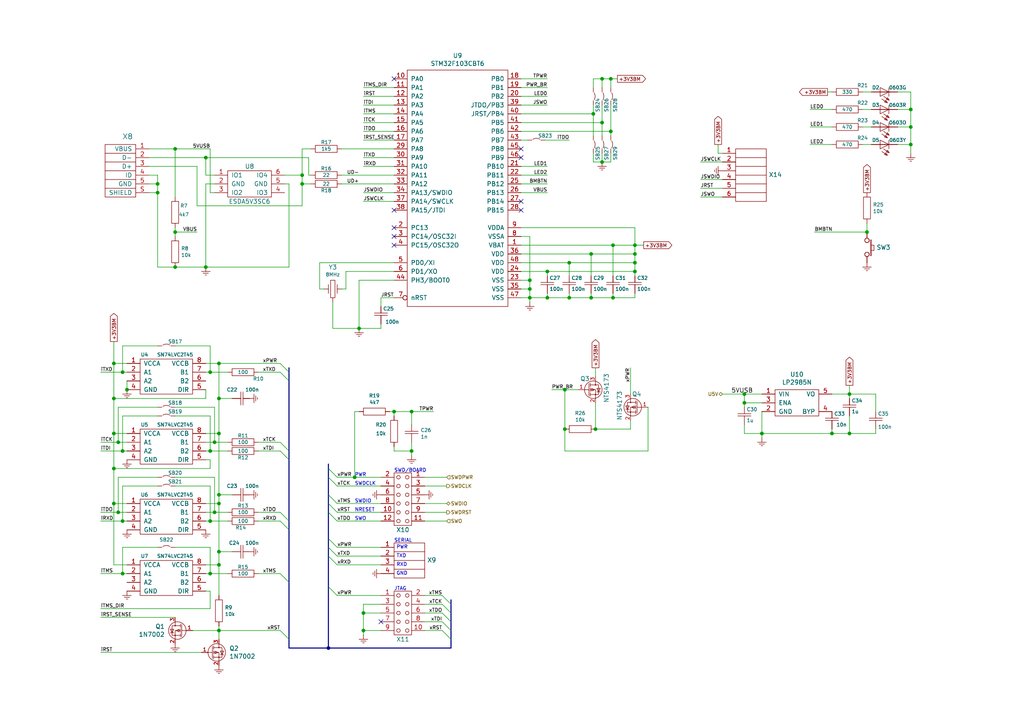
<source format=kicad_sch>
(kicad_sch (version 20231120) (generator "eeschema") (generator_version "8.0")
  (paper "A4")
  (title_block (rev "0.15"))
  (junction (at 119.38 119.38))
  (junction (at 60.96 151.13))
  (junction (at 114.3 119.38))
  (junction (at 63.5 160.02))
  (junction (at 172.72 124.46))
  (junction (at 33.02 115.57))
  (junction (at 33.02 105.41))
  (junction (at 102.87 138.43))
  (junction (at 63.5 182.88))
  (junction (at 35.56 166.37))
  (junction (at 241.3 125.73))
  (junction (at 220.98 125.73))
  (junction (at 163.83 124.46))
  (junction (at 35.56 151.13))
  (junction (at 50.8 77.47))
  (junction (at 59.69 77.47))
  (junction (at 184.15 76.2))
  (junction (at 215.9 114.3))
  (junction (at 163.83 113.03))
  (junction (at 63.5 105.41))
  (junction (at 104.14 95.25))
  (junction (at 60.96 107.95))
  (junction (at 87.63 53.34))
  (junction (at 174.625 35.56))
  (junction (at 153.67 81.28))
  (junction (at 60.96 166.37))
  (junction (at 184.15 71.12))
  (junction (at 105.41 182.88))
  (junction (at 184.15 78.74))
  (junction (at 87.63 50.8))
  (junction (at 119.38 130.81))
  (junction (at 153.67 86.36))
  (junction (at 95.25 187.96))
  (junction (at 264.16 41.91))
  (junction (at 63.5 125.73))
  (junction (at 153.67 83.82))
  (junction (at 177.8 71.12))
  (junction (at 33.02 125.73))
  (junction (at 63.5 115.57))
  (junction (at 264.16 36.83))
  (junction (at 50.8 43.18))
  (junction (at 35.56 130.81))
  (junction (at 63.5 163.83))
  (junction (at 36.83 113.03))
  (junction (at 246.38 125.73))
  (junction (at 33.02 135.89))
  (junction (at 59.69 45.72))
  (junction (at 264.16 31.75))
  (junction (at 45.72 53.34))
  (junction (at 246.38 114.3))
  (junction (at 34.29 148.59))
  (junction (at 158.75 78.74))
  (junction (at 177.165 38.1))
  (junction (at 177.165 22.86))
  (junction (at 105.41 177.8))
  (junction (at 172.085 33.02))
  (junction (at 184.15 73.66))
  (junction (at 35.56 107.95))
  (junction (at 171.45 86.36))
  (junction (at 215.9 116.84))
  (junction (at 50.8 67.31))
  (junction (at 165.1 76.2))
  (junction (at 174.625 46.99))
  (junction (at 60.96 130.81))
  (junction (at 45.72 55.88))
  (junction (at 63.5 146.05))
  (junction (at 174.625 22.86))
  (junction (at 62.23 128.27))
  (junction (at 158.75 86.36))
  (junction (at 34.29 128.27))
  (junction (at 251.46 67.31))
  (junction (at 62.23 148.59))
  (junction (at 171.45 73.66))
  (junction (at 63.5 143.51))
  (junction (at 165.1 86.36))
  (junction (at 177.8 86.36))
  (junction (at 33.02 146.05))
  (no_connect (at 114.3 22.86))
  (no_connect (at 110.49 180.34))
  (no_connect (at 151.13 43.18))
  (no_connect (at 114.3 71.12))
  (no_connect (at 151.13 58.42))
  (no_connect (at 114.3 60.96))
  (no_connect (at 114.3 66.04))
  (no_connect (at 151.13 60.96))
  (no_connect (at 151.13 45.72))
  (no_connect (at 114.3 68.58))
  (bus_entry (at 81.28 166.37) (size 2.54 2.54))
  (bus_entry (at 95.25 148.59) (size 2.54 2.54))
  (bus_entry (at 81.28 182.88) (size 2.54 2.54))
  (bus_entry (at 81.28 148.59) (size 2.54 2.54))
  (bus_entry (at 95.25 138.43) (size 2.54 2.54))
  (bus_entry (at 81.28 107.95) (size 2.54 2.54))
  (bus_entry (at 128.27 182.88) (size 2.54 2.54))
  (bus_entry (at 95.25 143.51) (size 2.54 2.54))
  (bus_entry (at 95.25 146.05) (size 2.54 2.54))
  (bus_entry (at 95.25 156.21) (size 2.54 2.54))
  (bus_entry (at 81.28 105.41) (size 2.54 2.54))
  (bus_entry (at 95.25 158.75) (size 2.54 2.54))
  (bus_entry (at 128.27 180.34) (size 2.54 2.54))
  (bus_entry (at 81.28 151.13) (size 2.54 2.54))
  (bus_entry (at 128.27 177.8) (size 2.54 2.54))
  (bus_entry (at 81.28 128.27) (size 2.54 2.54))
  (bus_entry (at 128.27 172.72) (size 2.54 2.54))
  (bus_entry (at 128.27 175.26) (size 2.54 2.54))
  (bus_entry (at 95.25 135.89) (size 2.54 2.54))
  (bus_entry (at 95.25 170.18) (size 2.54 2.54))
  (bus_entry (at 95.25 161.29) (size 2.54 2.54))
  (bus_entry (at 81.28 130.81) (size 2.54 2.54))
  (wire (pts (xy 114.3 120.65) (xy 114.3 119.38)))
  (wire (pts (xy 174.625 22.86) (xy 177.165 22.86)))
  (wire (pts (xy 36.83 130.81) (xy 35.56 130.81)))
  (wire (pts (xy 62.23 118.11) (xy 62.23 128.27)))
  (wire (pts (xy 260.35 36.83) (xy 264.16 36.83)))
  (wire (pts (xy 92.71 76.2) (xy 92.71 83.82)))
  (wire (pts (xy 110.49 95.25) (xy 104.14 95.25)))
  (wire (pts (xy 50.8 138.43) (xy 62.23 138.43)))
  (wire (pts (xy 158.75 50.8) (xy 151.13 50.8)))
  (wire (pts (xy 45.72 55.88) (xy 45.72 77.47)))
  (wire (pts (xy 33.02 146.05) (xy 33.02 163.83)))
  (wire (pts (xy 29.21 107.95) (xy 35.56 107.95)))
  (wire (pts (xy 153.67 86.36) (xy 158.75 86.36)))
  (wire (pts (xy 36.83 125.73) (xy 33.02 125.73)))
  (bus (pts (xy 130.81 177.8) (xy 130.81 180.34)))
  (wire (pts (xy 34.29 118.11) (xy 34.29 128.27)))
  (wire (pts (xy 220.98 116.84) (xy 215.9 116.84)))
  (wire (pts (xy 60.96 107.95) (xy 66.04 107.95)))
  (wire (pts (xy 254 114.3) (xy 254 119.38)))
  (wire (pts (xy 241.3 114.3) (xy 246.38 114.3)))
  (wire (pts (xy 60.96 158.75) (xy 60.96 166.37)))
  (wire (pts (xy 63.5 125.73) (xy 63.5 143.51)))
  (wire (pts (xy 50.8 158.75) (xy 60.96 158.75)))
  (wire (pts (xy 50.8 140.97) (xy 60.96 140.97)))
  (wire (pts (xy 60.96 107.95) (xy 60.96 100.33)))
  (wire (pts (xy 29.21 128.27) (xy 34.29 128.27)))
  (wire (pts (xy 114.3 55.88) (xy 105.41 55.88)))
  (wire (pts (xy 184.15 66.04) (xy 184.15 71.12)))
  (wire (pts (xy 59.69 53.34) (xy 59.69 77.47)))
  (wire (pts (xy 184.15 86.36) (xy 184.15 85.09)))
  (wire (pts (xy 35.56 158.75) (xy 35.56 166.37)))
  (wire (pts (xy 45.72 77.47) (xy 50.8 77.47)))
  (wire (pts (xy 251.46 67.31) (xy 236.22 67.31)))
  (bus (pts (xy 83.82 185.42) (xy 83.82 187.96)))
  (wire (pts (xy 59.69 50.8) (xy 59.69 45.72)))
  (wire (pts (xy 119.38 130.81) (xy 119.38 132.08)))
  (wire (pts (xy 184.15 78.74) (xy 184.15 80.01)))
  (wire (pts (xy 63.5 146.05) (xy 63.5 160.02)))
  (wire (pts (xy 110.49 93.98) (xy 110.49 95.25)))
  (wire (pts (xy 171.45 86.36) (xy 177.8 86.36)))
  (wire (pts (xy 171.45 73.66) (xy 184.15 73.66)))
  (wire (pts (xy 251.46 64.77) (xy 251.46 67.31)))
  (wire (pts (xy 35.56 107.95) (xy 36.83 107.95)))
  (wire (pts (xy 123.19 138.43) (xy 129.54 138.43)))
  (wire (pts (xy 60.96 55.88) (xy 60.96 43.18)))
  (wire (pts (xy 105.41 182.88) (xy 105.41 184.15)))
  (wire (pts (xy 63.5 146.05) (xy 63.5 143.51)))
  (wire (pts (xy 163.83 130.81) (xy 163.83 124.46)))
  (wire (pts (xy 35.56 166.37) (xy 29.21 166.37)))
  (wire (pts (xy 151.13 22.86) (xy 158.75 22.86)))
  (wire (pts (xy 60.96 140.97) (xy 60.96 151.13)))
  (wire (pts (xy 114.3 78.74) (xy 100.33 78.74)))
  (wire (pts (xy 59.69 151.13) (xy 60.96 151.13)))
  (wire (pts (xy 182.88 124.46) (xy 172.72 124.46)))
  (bus (pts (xy 95.25 143.51) (xy 95.25 146.05)))
  (wire (pts (xy 220.98 125.73) (xy 215.9 125.73)))
  (wire (pts (xy 153.67 68.58) (xy 153.67 81.28)))
  (wire (pts (xy 33.02 105.41) (xy 33.02 99.06)))
  (wire (pts (xy 158.75 85.09) (xy 158.75 86.36)))
  (wire (pts (xy 114.3 43.18) (xy 99.06 43.18)))
  (wire (pts (xy 172.085 33.02) (xy 172.085 39.37)))
  (wire (pts (xy 60.96 176.53) (xy 29.21 176.53)))
  (wire (pts (xy 62.23 148.59) (xy 66.04 148.59)))
  (wire (pts (xy 158.75 78.74) (xy 184.15 78.74)))
  (wire (pts (xy 252.73 36.83) (xy 250.19 36.83)))
  (wire (pts (xy 114.3 81.28) (xy 104.14 81.28)))
  (wire (pts (xy 45.72 50.8) (xy 45.72 53.34)))
  (wire (pts (xy 74.93 166.37) (xy 81.28 166.37)))
  (wire (pts (xy 260.35 41.91) (xy 264.16 41.91)))
  (wire (pts (xy 100.33 83.82) (xy 99.06 83.82)))
  (wire (pts (xy 114.3 86.36) (xy 110.49 86.36)))
  (wire (pts (xy 246.38 125.73) (xy 254 125.73)))
  (wire (pts (xy 165.1 76.2) (xy 165.1 80.01)))
  (wire (pts (xy 34.29 128.27) (xy 36.83 128.27)))
  (wire (pts (xy 67.31 115.57) (xy 63.5 115.57)))
  (wire (pts (xy 110.49 148.59) (xy 97.79 148.59)))
  (wire (pts (xy 187.96 118.11) (xy 187.96 130.81)))
  (wire (pts (xy 246.38 125.73) (xy 241.3 125.73)))
  (wire (pts (xy 33.02 135.89) (xy 33.02 146.05)))
  (wire (pts (xy 114.3 130.81) (xy 119.38 130.81)))
  (wire (pts (xy 96.52 95.25) (xy 96.52 87.63)))
  (wire (pts (xy 102.87 138.43) (xy 110.49 138.43)))
  (wire (pts (xy 36.83 110.49) (xy 36.83 113.03)))
  (wire (pts (xy 50.8 43.18) (xy 43.18 43.18)))
  (bus (pts (xy 83.82 153.67) (xy 83.82 168.91)))
  (wire (pts (xy 182.88 121.92) (xy 182.88 124.46)))
  (bus (pts (xy 95.25 146.05) (xy 95.25 148.59)))
  (wire (pts (xy 104.14 81.28) (xy 104.14 95.25)))
  (wire (pts (xy 45.72 138.43) (xy 34.29 138.43)))
  (wire (pts (xy 62.23 138.43) (xy 62.23 148.59)))
  (wire (pts (xy 59.69 115.57) (xy 33.02 115.57)))
  (wire (pts (xy 184.15 71.12) (xy 184.15 73.66)))
  (bus (pts (xy 83.82 107.95) (xy 83.82 110.49)))
  (wire (pts (xy 172.085 44.45) (xy 172.085 46.99)))
  (wire (pts (xy 241.3 124.46) (xy 241.3 125.73)))
  (wire (pts (xy 177.8 85.09) (xy 177.8 86.36)))
  (wire (pts (xy 174.625 30.48) (xy 174.625 35.56)))
  (wire (pts (xy 158.115 40.64) (xy 165.1 40.64)))
  (wire (pts (xy 151.13 25.4) (xy 158.75 25.4)))
  (wire (pts (xy 92.71 76.2) (xy 114.3 76.2)))
  (wire (pts (xy 105.41 33.02) (xy 114.3 33.02)))
  (wire (pts (xy 129.54 151.13) (xy 123.19 151.13)))
  (wire (pts (xy 165.1 76.2) (xy 184.15 76.2)))
  (wire (pts (xy 63.5 105.41) (xy 81.28 105.41)))
  (wire (pts (xy 34.29 148.59) (xy 29.21 148.59)))
  (bus (pts (xy 130.81 173.99) (xy 130.81 175.26)))
  (bus (pts (xy 95.25 138.43) (xy 95.25 143.51)))
  (wire (pts (xy 246.38 111.76) (xy 246.38 114.3)))
  (wire (pts (xy 177.165 22.86) (xy 179.07 22.86)))
  (wire (pts (xy 34.29 138.43) (xy 34.29 148.59)))
  (wire (pts (xy 82.55 53.34) (xy 83.82 53.34)))
  (wire (pts (xy 36.83 151.13) (xy 35.56 151.13)))
  (wire (pts (xy 59.69 163.83) (xy 63.5 163.83)))
  (wire (pts (xy 60.96 171.45) (xy 60.96 176.53)))
  (wire (pts (xy 97.79 146.05) (xy 110.49 146.05)))
  (wire (pts (xy 105.41 175.26) (xy 105.41 177.8)))
  (wire (pts (xy 184.15 76.2) (xy 184.15 78.74)))
  (wire (pts (xy 57.15 48.26) (xy 57.15 59.69)))
  (wire (pts (xy 63.5 105.41) (xy 59.69 105.41)))
  (wire (pts (xy 220.98 125.73) (xy 220.98 127)))
  (wire (pts (xy 110.49 182.88) (xy 105.41 182.88)))
  (wire (pts (xy 172.72 109.22) (xy 172.72 106.68)))
  (wire (pts (xy 171.45 85.09) (xy 171.45 86.36)))
  (wire (pts (xy 59.69 107.95) (xy 60.96 107.95)))
  (wire (pts (xy 102.87 119.38) (xy 102.87 138.43)))
  (wire (pts (xy 163.83 113.03) (xy 167.64 113.03)))
  (wire (pts (xy 43.18 48.26) (xy 57.15 48.26)))
  (wire (pts (xy 62.23 53.34) (xy 59.69 53.34)))
  (wire (pts (xy 83.82 77.47) (xy 59.69 77.47)))
  (wire (pts (xy 119.38 130.81) (xy 119.38 128.27)))
  (wire (pts (xy 59.69 130.81) (xy 60.96 130.81)))
  (wire (pts (xy 246.38 114.3) (xy 254 114.3)))
  (bus (pts (xy 83.82 130.81) (xy 83.82 133.35)))
  (wire (pts (xy 43.18 50.8) (xy 45.72 50.8)))
  (wire (pts (xy 252.73 26.67) (xy 250.19 26.67)))
  (wire (pts (xy 43.18 45.72) (xy 59.69 45.72)))
  (bus (pts (xy 83.82 151.13) (xy 83.82 153.67)))
  (wire (pts (xy 63.5 115.57) (xy 63.5 105.41)))
  (wire (pts (xy 59.69 45.72) (xy 89.535 45.72)))
  (wire (pts (xy 59.69 113.03) (xy 59.69 115.57)))
  (wire (pts (xy 241.3 41.91) (xy 234.95 41.91)))
  (wire (pts (xy 35.56 151.13) (xy 29.21 151.13)))
  (wire (pts (xy 114.3 48.26) (xy 105.41 48.26)))
  (wire (pts (xy 60.96 120.65) (xy 60.96 130.81)))
  (wire (pts (xy 153.67 83.82) (xy 153.67 86.36)))
  (bus (pts (xy 83.82 106.68) (xy 83.82 107.95)))
  (bus (pts (xy 130.81 180.34) (xy 130.81 182.88)))
  (wire (pts (xy 105.41 35.56) (xy 114.3 35.56)))
  (wire (pts (xy 260.35 26.67) (xy 264.16 26.67)))
  (wire (pts (xy 97.79 138.43) (xy 102.87 138.43)))
  (wire (pts (xy 153.67 81.28) (xy 153.67 83.82)))
  (wire (pts (xy 90.17 53.34) (xy 87.63 53.34)))
  (wire (pts (xy 63.5 172.72) (xy 63.5 163.83)))
  (wire (pts (xy 177.165 38.1) (xy 177.165 30.48)))
  (wire (pts (xy 209.55 46.99) (xy 203.2 46.99)))
  (wire (pts (xy 97.79 151.13) (xy 110.49 151.13)))
  (wire (pts (xy 59.69 128.27) (xy 62.23 128.27)))
  (wire (pts (xy 50.8 43.18) (xy 60.96 43.18)))
  (wire (pts (xy 114.3 58.42) (xy 105.41 58.42)))
  (wire (pts (xy 254 124.46) (xy 254 125.73)))
  (wire (pts (xy 151.13 71.12) (xy 177.8 71.12)))
  (wire (pts (xy 246.38 114.3) (xy 246.38 115.57)))
  (bus (pts (xy 95.25 170.18) (xy 95.25 187.96)))
  (wire (pts (xy 35.56 120.65) (xy 35.56 130.81)))
  (wire (pts (xy 59.69 146.05) (xy 63.5 146.05)))
  (wire (pts (xy 114.3 50.8) (xy 99.06 50.8)))
  (bus (pts (xy 83.82 110.49) (xy 83.82 130.81)))
  (wire (pts (xy 33.02 163.83) (xy 36.83 163.83)))
  (wire (pts (xy 129.54 140.97) (xy 123.19 140.97)))
  (bus (pts (xy 83.82 133.35) (xy 83.82 151.13)))
  (wire (pts (xy 90.17 43.18) (xy 87.63 43.18)))
  (wire (pts (xy 123.19 172.72) (xy 128.27 172.72)))
  (wire (pts (xy 87.63 50.8) (xy 87.63 53.34)))
  (wire (pts (xy 114.3 129.54) (xy 114.3 130.81)))
  (wire (pts (xy 151.13 83.82) (xy 153.67 83.82)))
  (wire (pts (xy 153.67 86.36) (xy 153.67 87.63)))
  (wire (pts (xy 29.21 179.07) (xy 50.8 179.07)))
  (wire (pts (xy 97.79 140.97) (xy 110.49 140.97)))
  (wire (pts (xy 59.69 77.47) (xy 50.8 77.47)))
  (wire (pts (xy 90.17 50.8) (xy 89.535 50.8)))
  (wire (pts (xy 119.38 119.38) (xy 114.3 119.38)))
  (wire (pts (xy 241.3 31.75) (xy 234.95 31.75)))
  (wire (pts (xy 110.49 86.36) (xy 110.49 88.9)))
  (wire (pts (xy 105.41 25.4) (xy 114.3 25.4)))
  (wire (pts (xy 241.3 125.73) (xy 220.98 125.73)))
  (wire (pts (xy 174.625 46.99) (xy 177.165 46.99)))
  (wire (pts (xy 209.55 44.45) (xy 208.28 44.45)))
  (wire (pts (xy 252.73 31.75) (xy 250.19 31.75)))
  (wire (pts (xy 74.93 130.81) (xy 81.28 130.81)))
  (wire (pts (xy 187.96 130.81) (xy 163.83 130.81)))
  (wire (pts (xy 184.15 73.66) (xy 184.15 76.2)))
  (wire (pts (xy 89.535 45.72) (xy 89.535 50.8)))
  (wire (pts (xy 215.9 125.73) (xy 215.9 123.19)))
  (wire (pts (xy 110.49 177.8) (xy 105.41 177.8)))
  (wire (pts (xy 182.88 114.3) (xy 182.88 106.68)))
  (wire (pts (xy 60.96 130.81) (xy 66.04 130.81)))
  (wire (pts (xy 58.42 189.23) (xy 29.21 189.23)))
  (wire (pts (xy 177.8 71.12) (xy 184.15 71.12)))
  (wire (pts (xy 209.55 57.15) (xy 203.2 57.15)))
  (wire (pts (xy 209.55 54.61) (xy 203.2 54.61)))
  (wire (pts (xy 177.165 38.1) (xy 177.165 39.37)))
  (bus (pts (xy 83.82 187.96) (xy 95.25 187.96)))
  (wire (pts (xy 87.63 43.18) (xy 87.63 50.8)))
  (wire (pts (xy 83.82 53.34) (xy 83.82 77.47)))
  (wire (pts (xy 59.69 166.37) (xy 60.96 166.37)))
  (wire (pts (xy 45.72 140.97) (xy 35.56 140.97)))
  (wire (pts (xy 151.13 35.56) (xy 174.625 35.56)))
  (wire (pts (xy 74.93 151.13) (xy 81.28 151.13)))
  (bus (pts (xy 83.82 168.91) (xy 83.82 185.42)))
  (wire (pts (xy 50.8 57.15) (xy 50.8 43.18)))
  (wire (pts (xy 151.13 30.48) (xy 158.75 30.48)))
  (wire (pts (xy 119.38 123.19) (xy 119.38 119.38)))
  (wire (pts (xy 50.8 67.31) (xy 57.15 67.31)))
  (wire (pts (xy 208.28 44.45) (xy 208.28 41.91)))
  (wire (pts (xy 50.8 67.31) (xy 50.8 68.58)))
  (wire (pts (xy 128.27 182.88) (xy 123.19 182.88)))
  (wire (pts (xy 60.96 166.37) (xy 66.04 166.37)))
  (wire (pts (xy 59.69 148.59) (xy 62.23 148.59)))
  (wire (pts (xy 264.16 26.67) (xy 264.16 31.75)))
  (wire (pts (xy 128.27 177.8) (xy 123.19 177.8)))
  (wire (pts (xy 174.625 25.4) (xy 174.625 22.86)))
  (wire (pts (xy 123.19 175.26) (xy 128.27 175.26)))
  (wire (pts (xy 171.45 73.66) (xy 171.45 80.01)))
  (wire (pts (xy 97.79 158.75) (xy 110.49 158.75)))
  (wire (pts (xy 50.8 66.04) (xy 50.8 67.31)))
  (bus (pts (xy 130.81 175.26) (xy 130.81 177.8)))
  (wire (pts (xy 60.96 100.33) (xy 50.8 100.33)))
  (wire (pts (xy 105.41 30.48) (xy 114.3 30.48)))
  (wire (pts (xy 105.41 27.94) (xy 114.3 27.94)))
  (wire (pts (xy 63.5 182.88) (xy 81.28 182.88)))
  (bus (pts (xy 95.25 148.59) (xy 95.25 156.21)))
  (wire (pts (xy 172.085 46.99) (xy 174.625 46.99)))
  (wire (pts (xy 209.55 114.3) (xy 215.9 114.3)))
  (bus (pts (xy 130.81 185.42) (xy 130.81 187.96)))
  (wire (pts (xy 35.56 100.33) (xy 35.56 107.95)))
  (bus (pts (xy 130.81 182.88) (xy 130.81 185.42)))
  (wire (pts (xy 36.83 148.59) (xy 34.29 148.59)))
  (wire (pts (xy 129.54 148.59) (xy 123.19 148.59)))
  (wire (pts (xy 62.23 50.8) (xy 59.69 50.8)))
  (wire (pts (xy 43.18 55.88) (xy 45.72 55.88)))
  (wire (pts (xy 264.16 31.75) (xy 264.16 36.83)))
  (wire (pts (xy 105.41 177.8) (xy 105.41 182.88)))
  (wire (pts (xy 59.69 171.45) (xy 60.96 171.45)))
  (wire (pts (xy 151.13 76.2) (xy 165.1 76.2)))
  (wire (pts (xy 62.23 128.27) (xy 66.04 128.27)))
  (wire (pts (xy 153.67 86.36) (xy 151.13 86.36)))
  (wire (pts (xy 252.73 41.91) (xy 250.19 41.91)))
  (wire (pts (xy 246.38 120.65) (xy 246.38 125.73)))
  (wire (pts (xy 165.1 86.36) (xy 171.45 86.36)))
  (wire (pts (xy 158.75 48.26) (xy 151.13 48.26)))
  (wire (pts (xy 50.8 118.11) (xy 62.23 118.11)))
  (wire (pts (xy 241.3 36.83) (xy 234.95 36.83)))
  (wire (pts (xy 114.3 45.72) (xy 105.41 45.72)))
  (wire (pts (xy 87.63 53.34) (xy 87.63 59.69)))
  (wire (pts (xy 59.69 133.35) (xy 60.96 133.35)))
  (wire (pts (xy 215.9 116.84) (xy 215.9 114.3)))
  (wire (pts (xy 260.35 31.75) (xy 264.16 31.75)))
  (bus (pts (xy 95.25 156.21) (xy 95.25 158.75)))
  (wire (pts (xy 165.1 85.09) (xy 165.1 86.36)))
  (wire (pts (xy 151.13 53.34) (xy 158.75 53.34)))
  (wire (pts (xy 67.31 143.51) (xy 63.5 143.51)))
  (wire (pts (xy 60.96 135.89) (xy 33.02 135.89)))
  (wire (pts (xy 63.5 181.61) (xy 63.5 182.88)))
  (wire (pts (xy 87.63 59.69) (xy 57.15 59.69)))
  (wire (pts (xy 151.13 81.28) (xy 153.67 81.28)))
  (wire (pts (xy 110.49 172.72) (xy 97.79 172.72)))
  (wire (pts (xy 177.8 71.12) (xy 177.8 80.01)))
  (wire (pts (xy 113.03 119.38) (xy 114.3 119.38)))
  (wire (pts (xy 220.98 114.3) (xy 215.9 114.3)))
  (wire (pts (xy 215.9 118.11) (xy 215.9 116.84)))
  (wire (pts (xy 172.72 124.46) (xy 172.72 116.84)))
  (wire (pts (xy 63.5 160.02) (xy 63.5 163.83)))
  (wire (pts (xy 110.49 161.29) (xy 97.79 161.29)))
  (bus (pts (xy 95.25 161.29) (xy 95.25 170.18)))
  (wire (pts (xy 172.085 33.02) (xy 172.085 30.48)))
  (wire (pts (xy 36.83 166.37) (xy 35.56 166.37)))
  (wire (pts (xy 264.16 36.83) (xy 264.16 41.91)))
  (wire (pts (xy 74.93 107.95) (xy 81.28 107.95)))
  (wire (pts (xy 63.5 182.88) (xy 63.5 185.42)))
  (wire (pts (xy 119.38 119.38) (xy 125.73 119.38)))
  (wire (pts (xy 105.41 40.64) (xy 114.3 40.64)))
  (wire (pts (xy 151.13 33.02) (xy 172.085 33.02)))
  (wire (pts (xy 43.18 53.34) (xy 45.72 53.34)))
  (wire (pts (xy 264.16 41.91) (xy 264.16 44.45)))
  (wire (pts (xy 177.165 22.86) (xy 177.165 25.4)))
  (wire (pts (xy 67.31 160.02) (xy 63.5 160.02)))
  (wire (pts (xy 45.72 100.33) (xy 35.56 100.33)))
  (wire (pts (xy 174.625 44.45) (xy 174.625 46.99)))
  (wire (pts (xy 55.88 182.88) (xy 63.5 182.88)))
  (wire (pts (xy 110.49 163.83) (xy 97.79 163.83)))
  (wire (pts (xy 35.56 130.81) (xy 29.21 130.81)))
  (wire (pts (xy 174.625 35.56) (xy 174.625 39.37)))
  (wire (pts (xy 45.72 158.75) (xy 35.56 158.75)))
  (wire (pts (xy 158.75 78.74) (xy 158.75 80.01)))
  (wire (pts (xy 163.83 113.03) (xy 160.02 113.03)))
  (wire (pts (xy 186.69 71.12) (xy 184.15 71.12)))
  (wire (pts (xy 128.27 180.34) (xy 123.19 180.34)))
  (bus (pts (xy 130.81 187.96) (xy 95.25 187.96)))
  (bus (pts (xy 95.25 134.62) (xy 95.25 135.89)))
  (wire (pts (xy 151.13 66.04) (xy 184.15 66.04)))
  (wire (pts (xy 45.72 120.65) (xy 35.56 120.65)))
  (wire (pts (xy 99.06 53.34) (xy 114.3 53.34)))
  (wire (pts (xy 104.14 119.38) (xy 102.87 119.38)))
  (bus (pts (xy 95.25 135.89) (xy 95.25 138.43)))
  (wire (pts (xy 33.02 105.41) (xy 33.02 115.57)))
  (wire (pts (xy 60.96 133.35) (xy 60.96 135.89)))
  (wire (pts (xy 153.67 68.58) (xy 151.13 68.58)))
  (wire (pts (xy 104.14 95.25) (xy 96.52 95.25)))
  (wire (pts (xy 151.13 73.66) (xy 171.45 73.66)))
  (wire (pts (xy 45.72 118.11) (xy 34.29 118.11)))
  (wire (pts (xy 100.33 78.74) (xy 100.33 83.82)))
  (wire (pts (xy 59.69 125.73) (xy 63.5 125.73)))
  (wire (pts (xy 177.8 86.36) (xy 184.15 86.36)))
  (wire (pts (xy 45.72 53.34) (xy 45.72 55.88)))
  (wire (pts (xy 82.55 50.8) (xy 87.63 50.8)))
  (wire (pts (xy 158.75 86.36) (xy 165.1 86.36)))
  (wire (pts (xy 151.13 38.1) (xy 177.165 38.1)))
  (wire (pts (xy 36.83 146.05) (xy 33.02 146.05)))
  (wire (pts (xy 172.085 25.4) (xy 172.085 22.86)))
  (wire (pts (xy 110.49 175.26) (xy 105.41 175.26)))
  (wire (pts (xy 220.98 119.38) (xy 220.98 125.73)))
  (wire (pts (xy 158.75 27.94) (xy 151.13 27.94)))
  (wire (pts (xy 151.13 78.74) (xy 158.75 78.74)))
  (wire (pts (xy 63.5 115.57) (xy 63.5 125.73)))
  (wire (pts (xy 74.93 128.27) (xy 81.28 128.27)))
  (wire (pts (xy 33.02 105.41) (xy 36.83 105.41)))
  (wire (pts (xy 92.71 83.82) (xy 93.98 83.82)))
  (wire (pts (xy 123.19 146.05) (xy 129.54 146.05)))
  (wire (pts (xy 105.41 38.1) (xy 114.3 38.1)))
  (wire (pts (xy 35.56 140.97) (xy 35.56 151.13)))
  (wire (pts (xy 163.83 124.46) (xy 163.83 113.03)))
  (bus (pts (xy 95.25 158.75) (xy 95.25 161.29)))
  (wire (pts (xy 153.035 40.64) (xy 151.13 40.64)))
  (wire (pts (xy 60.96 151.13) (xy 66.04 151.13)))
  (wire (pts (xy 241.3 26.67) (xy 240.03 26.67)))
  (wire (pts (xy 50.8 120.65) (xy 60.96 120.65)))
  (wire (pts (xy 74.93 148.59) (xy 81.28 148.59)))
  (wire (pts (xy 209.55 52.07) (xy 203.2 52.07)))
  (wire (pts (xy 172.085 22.86) (xy 174.625 22.86)))
  (wire (pts (xy 151.13 55.88) (xy 158.75 55.88)))
  (wire (pts (xy 62.23 55.88) (xy 60.96 55.88)))
  (wire (pts (xy 33.02 125.73) (xy 33.02 135.89)))
  (wire (pts (xy 177.165 46.99) (xy 177.165 44.45)))
  (wire (pts (xy 33.02 115.57) (xy 33.02 125.73)))
  (text "JTAG" (at 114.3 171.45 0) (effects (font (size 1.016 1.016)) (justify left bottom)))
  (text "SERIAL" (at 114.3 157.48 0) (effects (font (size 1.016 1.016)) (justify left bottom)))
  (text "SWDIO" (at 102.87 146.05 0) (effects (font (size 1.016 1.016)) (justify left bottom)))
  (text "SWDCLK" (at 102.87 140.97 0) (effects (font (size 1.016 1.016)) (justify left bottom)))
  (text "TXD" (at 114.935 161.925 0) (effects (font (size 1.016 1.016)) (justify left bottom)))
  (text "RXD" (at 114.935 164.465 0) (effects (font (size 1.016 1.016)) (justify left bottom)))
  (text "PWR" (at 114.935 159.385 0) (effects (font (size 1.016 1.016)) (justify left bottom)))
  (text "SWO" (at 102.87 151.13 0) (effects (font (size 1.016 1.016)) (justify left bottom)))
  (text "NRESET" (at 102.87 148.59 0) (effects (font (size 1.016 1.016)) (justify left bottom)))
  (text "PWR" (at 102.87 138.43 0) (effects (font (size 1.016 1.016)) (justify left bottom)))
  (text "GND" (at 114.935 167.005 0) (effects (font (size 1.016 1.016)) (justify left bottom)))
  (text "SWD/BOARD" (at 114.3 137.16 0) (effects (font (size 1.016 1.016)) (justify left bottom)))
  (label "iTDI" (at 29.21 130.81 0) (effects (font (size 1.016 1.016))))
  (label "xTCK" (at 97.79 140.97 0) (effects (font (size 1.016 1.016))))
  (label "xRST" (at 81.28 182.88 180) (effects (font (size 1.016 1.016))))
  (label "iTCK" (at 29.21 128.27 0) (effects (font (size 1.016 1.016))))
  (label "xPWR" (at 76.2 105.41 0) (effects (font (size 1.016 1.016))))
  (label "xTXD" (at 76.2 107.95 0) (effects (font (size 1.016 1.016))))
  (label "LED0" (at 158.75 27.94 180) (effects (font (size 1.016 1.016))))
  (label "LED0" (at 234.95 31.75 0) (effects (font (size 1.016 1.016))))
  (label "BMBTN" (at 158.75 53.34 180) (effects (font (size 1.016 1.016))))
  (label "iTXD" (at 105.41 45.72 0) (effects (font (size 1.016 1.016))))
  (label "iTDO" (at 29.21 148.59 0) (effects (font (size 1.016 1.016))))
  (label "xTDO" (at 97.79 151.13 0) (effects (font (size 1.016 1.016))))
  (label "PWR_BR" (at 158.75 25.4 180) (effects (font (size 1.016 1.016))))
  (label "xPWR" (at 182.88 106.68 270) (effects (font (size 1.016 1.016))))
  (label "xTCK" (at 128.27 175.26 180) (effects (font (size 1.016 1.016))))
  (label "xRST" (at 128.27 182.88 180) (effects (font (size 1.016 1.016))))
  (label "UD-" (at 104.14 50.8 180) (effects (font (size 1.016 1.016))))
  (label "JSWDIO" (at 105.41 55.88 0) (effects (font (size 1.016 1.016))))
  (label "xRXD" (at 97.79 163.83 0) (effects (font (size 1.016 1.016))))
  (label "xTDI" (at 128.27 180.34 180) (effects (font (size 1.016 1.016))))
  (label "xRST" (at 97.79 148.59 0) (effects (font (size 1.016 1.016))))
  (label "iRST_SENSE" (at 105.41 40.64 0) (effects (font (size 1.016 1.016))))
  (label "xTMS" (at 97.79 146.05 0) (effects (font (size 1.016 1.016))))
  (label "xTMS" (at 76.2 166.37 0) (effects (font (size 1.016 1.016))))
  (label "TPWR" (at 158.75 22.86 180) (effects (font (size 1.016 1.016))))
  (label "iTMS_DIR" (at 29.21 176.53 0) (effects (font (size 1.016 1.016))))
  (label "xRXD" (at 76.2 151.13 0) (effects (font (size 1.016 1.016))))
  (label "LED1" (at 158.75 48.26 180) (effects (font (size 1.016 1.016))))
  (label "xTMS" (at 128.27 172.72 180) (effects (font (size 1.016 1.016))))
  (label "iTMS" (at 29.21 166.37 0) (effects (font (size 1.016 1.016))))
  (label "iTDO" (at 165.1 40.64 180) (effects (font (size 1.016 1.016))))
  (label "xPWR" (at 97.79 172.72 0) (effects (font (size 1.016 1.016))))
  (label "xPWR" (at 97.79 138.43 0) (effects (font (size 1.016 1.016))))
  (label "xTXD" (at 97.79 161.29 0) (effects (font (size 1.016 1.016))))
  (label "iTMS" (at 105.41 33.02 0) (effects (font (size 1.016 1.016))))
  (label "TPWR" (at 125.73 119.38 180) (effects (font (size 1.016 1.016))))
  (label "JRST" (at 203.2 54.61 0) (effects (font (size 1.016 1.016))))
  (label "xTDI" (at 76.2 130.81 0) (effects (font (size 1.016 1.016))))
  (label "LED2" (at 234.95 41.91 0) (effects (font (size 1.016 1.016))))
  (label "JSWCLK" (at 203.2 46.99 0) (effects (font (size 1.016 1.016))))
  (label "xTDO" (at 128.27 177.8 180) (effects (font (size 1.016 1.016))))
  (label "iRXD" (at 29.21 151.13 0) (effects (font (size 1.016 1.016))))
  (label "xPWR" (at 97.79 158.75 0) (effects (font (size 1.016 1.016))))
  (label "JSWO" (at 158.75 30.48 180) (effects (font (size 1.016 1.016))))
  (label "iTCK" (at 105.41 35.56 0) (effects (font (size 1.016 1.016))))
  (label "JRST" (at 110.49 86.36 0) (effects (font (size 1.016 1.016))))
  (label "BMBTN" (at 236.22 67.31 0) (effects (font (size 1.016 1.016))))
  (label "iTDI" (at 105.41 30.48 0) (effects (font (size 1.016 1.016))))
  (label "VBUS" (at 57.15 67.31 180) (effects (font (size 1.016 1.016))))
  (label "PWR_BR" (at 160.02 113.03 0) (effects (font (size 1.016 1.016))))
  (label "iRST" (at 105.41 27.94 0) (effects (font (size 1.016 1.016))))
  (label "iRST" (at 29.21 189.23 0) (effects (font (size 1.016 1.016))))
  (label "LED2" (at 158.75 50.8 180) (effects (font (size 1.016 1.016))))
  (label "JSWCLK" (at 105.41 58.42 0) (effects (font (size 1.016 1.016))))
  (label "iTXD" (at 29.21 107.95 0) (effects (font (size 1.016 1.016))))
  (label "JSWO" (at 203.2 57.15 0) (effects (font (size 1.016 1.016))))
  (label "UD+" (at 104.14 53.34 180) (effects (font (size 1.016 1.016))))
  (label "iTDO" (at 105.41 38.1 0) (effects (font (size 1.016 1.016))))
  (label "xTDO" (at 76.2 148.59 0) (effects (font (size 1.016 1.016))))
  (label "xTCK" (at 76.2 128.27 0) (effects (font (size 1.016 1.016))))
  (label "iRST_SENSE" (at 29.21 179.07 0) (effects (font (size 1.016 1.016))))
  (label "JSWDIO" (at 203.2 52.07 0) (effects (font (size 1.016 1.016))))
  (label "iTMS_DIR" (at 105.41 25.4 0) (effects (font (size 1.016 1.016))))
  (label "iRXD" (at 105.41 48.26 0) (effects (font (size 1.016 1.016))))
  (label "5VUSB" (at 212.09 114.3 0))
  (label "VBUS" (at 158.75 55.88 180) (effects (font (size 1.016 1.016))))
  (label "LED1" (at 234.95 36.83 0) (effects (font (size 1.016 1.016))))
  (label "5VUSB" (at 55.88 43.18 0) (effects (font (size 1.016 1.016))))
  (global_label "+3V3BM" (shape output) (at 186.69 71.12 0) (effects (font (size 1.016 1.016))) (property "Intersheetrefs" "${INTERSHEET_REFS}" (effects (hide yes))))
  (global_label "+3V3BM" (shape output) (at 33.02 99.06 90) (effects (font (size 1.016 1.016))) (property "Intersheetrefs" "${INTERSHEET_REFS}" (effects (hide yes))))
  (global_label "+3V3BM" (shape output) (at 246.38 111.76 90) (effects (font (size 1.016 1.016))) (property "Intersheetrefs" "${INTERSHEET_REFS}" (effects (hide yes))))
  (global_label "+3V3BM" (shape output) (at 251.46 55.88 90) (effects (font (size 1.016 1.016))) (property "Intersheetrefs" "${INTERSHEET_REFS}" (effects (hide yes))))
  (global_label "+3V3BM" (shape output) (at 240.03 26.67 180) (effects (font (size 1.016 1.016))) (property "Intersheetrefs" "${INTERSHEET_REFS}" (effects (hide yes))))
  (global_label "+3V3BM" (shape output) (at 208.28 41.91 90) (effects (font (size 1.016 1.016))) (property "Intersheetrefs" "${INTERSHEET_REFS}" (effects (hide yes))))
  (global_label "+3V3BM" (shape output) (at 172.72 106.68 90) (effects (font (size 1.016 1.016))) (property "Intersheetrefs" "${INTERSHEET_REFS}" (effects (hide yes))))
  (global_label "+3V3BM" (shape output) (at 179.07 22.86 0) (effects (font (size 1.016 1.016))) (property "Intersheetrefs" "${INTERSHEET_REFS}" (effects (hide yes))))
  (hierarchical_label "SWDIO" (shape bidirectional) (at 129.54 146.05 0) (effects (font (size 1.016 1.016))))
  (hierarchical_label "SWDCLK" (shape output) (at 129.54 140.97 0) (effects (font (size 1.016 1.016))))
  (hierarchical_label "SWO" (shape input) (at 129.54 151.13 0) (effects (font (size 1.016 1.016))))
  (hierarchical_label "SWDRST" (shape output) (at 129.54 148.59 0) (effects (font (size 1.016 1.016))))
  (hierarchical_label "SWDPWR" (shape input) (at 129.54 138.43 0) (effects (font (size 1.016 1.016))))
  (hierarchical_label "U5V" (shape bidirectional) (at 209.55 114.3 180) (effects (font (size 1.016 1.016))))
  (symbol (lib_id "nuco-v-rescue:JUMPER-COMMON") (at 177.165 39.37 270) (unit 1)
    (property "Reference" "SB29" (at 178.435 44.45 0) (effects (font (size 1.016 1.016))))
    (property "Value" "JUMPER" (effects (hide yes)))
    (property "Footprint" "SMD-CMN:SMD-0603R" (effects (hide yes)))
  )
  (symbol (lib_id "nuco-v-rescue:JUMPER-COMMON") (at 174.625 39.37 270) (unit 1)
    (property "Reference" "SB27" (at 175.895 44.45 0) (effects (font (size 1.016 1.016))))
    (property "Value" "JUMPER" (effects (hide yes)))
    (property "Footprint" "SMD-CMN:SMD-0603R" (effects (hide yes)))
  )
  (symbol (lib_id "nuco-v-rescue:JUMPER-COMMON") (at 172.085 39.37 270) (unit 1)
    (property "Reference" "SB25" (at 173.355 44.45 0) (effects (font (size 1.016 1.016))))
    (property "Value" "JUMPER" (effects (hide yes)))
    (property "Footprint" "SMD-CMN:SMD-0603R" (effects (hide yes)))
  )
  (symbol (lib_id "nuco-v-rescue:STM32F103C8T6-STM32") (at 114.3 22.86 0) (unit 1)
    (property "Reference" "U9" (at 132.715 16.129 0))
    (property "Value" "STM32F103CBT6" (at 132.715 18.4404 0))
    (property "Footprint" "SMD-QFN:QFP50P070X070-48" (effects (hide yes)))
  )
  (symbol (lib_id "nuco-v-rescue:USB-OTG-CONNECTORS") (at 43.18 43.18 0) (unit 1)
    (property "Reference" "X8" (at 37.0332 39.5986 0) (effects (font (size 1.524 1.524))))
    (property "Value" "USB-OTG" (effects (hide yes)))
    (property "Footprint" "CONNECTORS:AMP10118194-0001LF" (effects (hide yes)))
  )
  (symbol (lib_id "nuco-v-rescue:RESISTOR-COMMON") (at 50.8 57.15 270) (unit 1)
    (property "Reference" "R7" (at 53.34 59.69 90) (effects (font (size 1.016 1.016))))
    (property "Value" "4k7" (at 53.34 62.23 90) (effects (font (size 1.016 1.016))))
    (property "Footprint" "SMD-CMN:SMD-0603R" (effects (hide yes)))
  )
  (symbol (lib_id "nuco-v-rescue:RESISTOR-COMMON") (at 90.17 50.8 0) (unit 1)
    (property "Reference" "R16" (at 94.615 48.895 0) (effects (font (size 1.016 1.016))))
    (property "Value" "22" (at 94.615 50.8 0) (effects (font (size 1.016 1.016))))
    (property "Footprint" "SMD-CMN:SMD-0603R" (effects (hide yes)))
  )
  (symbol (lib_id "nuco-v-rescue:RESISTOR-COMMON") (at 50.8 68.58 270) (unit 1)
    (property "Reference" "R8" (at 52.5272 72.0598 90) (effects (font (size 1.016 1.016)) (justify left)))
    (property "Value" "10k" (at 52.5272 73.9902 90) (effects (font (size 1.016 1.016)) (justify left)))
    (property "Footprint" "SMD-CMN:SMD-0603R" (effects (hide yes)))
  )
  (symbol (lib_id "nuco-v-rescue:ESDAxxSC6-OTHER") (at 62.23 50.8 0) (unit 1)
    (property "Reference" "U8" (at 72.39 48.26 0))
    (property "Value" "ESDA5V3SC6" (at 72.39 58.42 0))
    (property "Footprint" "SMD-SOT:SOT-23-6" (effects (hide yes)))
  )
  (symbol (lib_id "nuco-v-rescue:PGND-COMMON") (at 59.69 77.47 0) (unit 1)
    (property "Reference" "#P0122" (effects (hide yes)))
    (property "Value" "PGND" (effects (hide yes)))
  )
  (symbol (lib_id "nuco-v-rescue:RESISTOR-COMMON") (at 99.06 53.34 180) (unit 1)
    (property "Reference" "R18" (at 94.615 55.245 0) (effects (font (size 1.016 1.016))))
    (property "Value" "22" (at 94.615 53.34 0) (effects (font (size 1.016 1.016))))
    (property "Footprint" "SMD-CMN:SMD-0603R" (effects (hide yes)))
  )
  (symbol (lib_id "nuco-v-rescue:RESISTOR-COMMON") (at 99.06 43.18 180) (unit 1)
    (property "Reference" "R17" (at 94.615 41.275 0) (effects (font (size 1.016 1.016))))
    (property "Value" "1k5" (at 94.615 43.18 0) (effects (font (size 1.016 1.016))))
    (property "Footprint" "SMD-CMN:SMD-0603R" (effects (hide yes)))
  )
  (symbol (lib_id "nuco-v-rescue:JUMPER-COMMON") (at 45.72 100.33 0) (unit 1)
    (property "Reference" "SB17" (at 50.8 99.06 0) (effects (font (size 1.016 1.016))))
    (property "Value" "JUMPER" (effects (hide yes)))
    (property "Footprint" "SMD-CMN:SMD-0603R" (effects (hide yes)))
  )
  (symbol (lib_id "nuco-v-rescue:JUMPER-COMMON") (at 45.72 120.65 0) (unit 1)
    (property "Reference" "SB19" (at 50.8 119.38 0) (effects (font (size 1.016 1.016))))
    (property "Value" "JUMPER" (effects (hide yes)))
    (property "Footprint" "SMD-CMN:SMD-0603R" (effects (hide yes)))
  )
  (symbol (lib_id "nuco-v-rescue:JUMPER-COMMON") (at 45.72 118.11 0) (unit 1)
    (property "Reference" "SB18" (at 50.8 116.84 0) (effects (font (size 1.016 1.016))))
    (property "Value" "JUMPER" (effects (hide yes)))
    (property "Footprint" "SMD-CMN:SMD-0603R" (effects (hide yes)))
  )
  (symbol (lib_id "nuco-v-rescue:JUMPER-COMMON") (at 45.72 138.43 0) (unit 1)
    (property "Reference" "SB20" (at 50.8 137.16 0) (effects (font (size 1.016 1.016))))
    (property "Value" "JUMPER" (effects (hide yes)))
    (property "Footprint" "SMD-CMN:SMD-0603R" (effects (hide yes)))
  )
  (symbol (lib_id "nuco-v-rescue:JUMPER-COMMON") (at 45.72 140.97 0) (unit 1)
    (property "Reference" "SB21" (at 50.8 139.7 0) (effects (font (size 1.016 1.016))))
    (property "Value" "JUMPER" (effects (hide yes)))
    (property "Footprint" "SMD-CMN:SMD-0603R" (effects (hide yes)))
  )
  (symbol (lib_id "nuco-v-rescue:JUMPER-COMMON") (at 45.72 158.75 0) (unit 1)
    (property "Reference" "SB22" (at 48.26 156.5402 0) (effects (font (size 1.016 1.016))))
    (property "Value" "JUMPER" (effects (hide yes)))
    (property "Footprint" "SMD-CMN:SMD-0603R" (effects (hide yes)))
  )
  (symbol (lib_id "nuco-v-rescue:JUMPER-COMMON") (at 172.085 25.4 270) (unit 1)
    (property "Reference" "SB24" (at 173.355 30.48 0) (effects (font (size 1.016 1.016))))
    (property "Value" "JUMPER" (effects (hide yes)))
    (property "Footprint" "SMD-CMN:SMD-0603R" (effects (hide yes)))
  )
  (symbol (lib_id "nuco-v-rescue:JUMPER-COMMON") (at 174.625 25.4 270) (unit 1)
    (property "Reference" "SB26" (at 175.895 30.48 0) (effects (font (size 1.016 1.016))))
    (property "Value" "JUMPER" (effects (hide yes)))
    (property "Footprint" "SMD-CMN:SMD-0603R" (effects (hide yes)))
  )
  (symbol (lib_id "nuco-v-rescue:JUMPER-COMMON") (at 177.165 25.4 270) (unit 1)
    (property "Reference" "SB28" (at 178.435 30.48 0) (effects (font (size 1.016 1.016))))
    (property "Value" "JUMPER" (effects (hide yes)))
    (property "Footprint" "SMD-CMN:SMD-0603R" (effects (hide yes)))
  )
  (symbol (lib_id "nuco-v-rescue:SN74LVC2T45-TI") (at 36.83 105.41 0) (unit 1)
    (property "Reference" "U4" (at 41.91 102.87 0) (effects (font (size 1.016 1.016))))
    (property "Value" "SN74LVC2T45" (at 50.8 102.87 0) (effects (font (size 1.016 1.016))))
    (property "Footprint" "SMD-QFN:SO65P030X030-8" (effects (hide yes)))
  )
  (symbol (lib_id "nuco-v-rescue:SN74LVC2T45-TI") (at 36.83 125.73 0) (unit 1)
    (property "Reference" "U5" (at 41.91 123.19 0) (effects (font (size 1.016 1.016))))
    (property "Value" "SN74LVC2T45" (at 50.8 123.19 0) (effects (font (size 1.016 1.016))))
    (property "Footprint" "SMD-QFN:SO65P030X030-8" (effects (hide yes)))
  )
  (symbol (lib_id "nuco-v-rescue:SN74LVC2T45-TI") (at 36.83 146.05 0) (unit 1)
    (property "Reference" "U6" (at 41.91 143.51 0) (effects (font (size 1.016 1.016))))
    (property "Value" "SN74LVC2T45" (at 50.8 143.51 0) (effects (font (size 1.016 1.016))))
    (property "Footprint" "SMD-QFN:SO65P030X030-8" (effects (hide yes)))
  )
  (symbol (lib_id "nuco-v-rescue:SN74LVC2T45-TI") (at 36.83 163.83 0) (unit 1)
    (property "Reference" "U7" (at 41.91 161.29 0) (effects (font (size 1.016 1.016))))
    (property "Value" "SN74LVC2T45" (at 50.8 161.29 0) (effects (font (size 1.016 1.016))))
    (property "Footprint" "SMD-QFN:SO65P030X030-8" (effects (hide yes)))
  )
  (symbol (lib_id "nuco-v-rescue:PGND-COMMON") (at 36.83 113.03 0) (unit 1)
    (property "Reference" "#P0123" (effects (hide yes)))
    (property "Value" "PGND" (effects (hide yes)))
  )
  (symbol (lib_id "nuco-v-rescue:PGND-COMMON") (at 36.83 133.35 0) (unit 1)
    (property "Reference" "#P0124" (effects (hide yes)))
    (property "Value" "PGND" (effects (hide yes)))
  )
  (symbol (lib_id "nuco-v-rescue:PGND-COMMON") (at 36.83 153.67 0) (unit 1)
    (property "Reference" "#P0136" (effects (hide yes)))
    (property "Value" "PGND" (effects (hide yes)))
  )
  (symbol (lib_id "nuco-v-rescue:PGND-COMMON") (at 36.83 171.45 0) (unit 1)
    (property "Reference" "#P0135" (effects (hide yes)))
    (property "Value" "PGND" (effects (hide yes)))
  )
  (symbol (lib_id "nuco-v-rescue:CONN-04P1L-CONNECTORS") (at 110.49 158.75 0) (mirror y) (unit 1)
    (property "Reference" "X9" (at 123.9012 162.433 0) (effects (justify right)))
    (property "Value" "CONN-04P1L" (effects (hide yes)))
    (property "Footprint" "CONNFLY:DS1021-1X04S61" (effects (hide yes)))
  )
  (symbol (lib_id "nuco-v-rescue:RESISTOR-COMMON") (at 74.93 128.27 180) (unit 1)
    (property "Reference" "R11" (at 70.485 126.365 0) (effects (font (size 1.016 1.016))))
    (property "Value" "100" (at 70.485 128.27 0) (effects (font (size 1.016 1.016))))
    (property "Footprint" "SMD-CMN:SMD-0603R" (effects (hide yes)))
  )
  (symbol (lib_id "nuco-v-rescue:RESISTOR-COMMON") (at 74.93 107.95 180) (unit 1)
    (property "Reference" "R10" (at 74.93 109.855 0) (effects (font (size 1.016 1.016))))
    (property "Value" "100" (at 70.485 107.95 0) (effects (font (size 1.016 1.016))))
    (property "Footprint" "SMD-CMN:SMD-0603R" (effects (hide yes)))
  )
  (symbol (lib_id "nuco-v-rescue:RESISTOR-COMMON") (at 74.93 130.81 180) (unit 1)
    (property "Reference" "R12" (at 70.485 132.715 0) (effects (font (size 1.016 1.016))))
    (property "Value" "100" (at 70.485 130.81 0) (effects (font (size 1.016 1.016))))
    (property "Footprint" "SMD-CMN:SMD-0603R" (effects (hide yes)))
  )
  (symbol (lib_id "nuco-v-rescue:RESISTOR-COMMON") (at 74.93 148.59 180) (unit 1)
    (property "Reference" "R13" (at 70.485 146.685 0) (effects (font (size 1.016 1.016))))
    (property "Value" "100" (at 70.485 148.59 0) (effects (font (size 1.016 1.016))))
    (property "Footprint" "SMD-CMN:SMD-0603R" (effects (hide yes)))
  )
  (symbol (lib_id "nuco-v-rescue:RESISTOR-COMMON") (at 74.93 151.13 180) (unit 1)
    (property "Reference" "R14" (at 69.85 153.035 0) (effects (font (size 1.016 1.016))))
    (property "Value" "100" (at 70.485 151.13 0) (effects (font (size 1.016 1.016))))
    (property "Footprint" "SMD-CMN:SMD-0603R" (effects (hide yes)))
  )
  (symbol (lib_id "nuco-v-rescue:RESISTOR-COMMON") (at 74.93 166.37 180) (unit 1)
    (property "Reference" "R15" (at 70.485 164.465 0) (effects (font (size 1.016 1.016))))
    (property "Value" "100" (at 70.485 166.37 0) (effects (font (size 1.016 1.016))))
    (property "Footprint" "SMD-CMN:SMD-0603R" (effects (hide yes)))
  )
  (symbol (lib_id "nuco-v-rescue:CONN-12P2L-CONNECTORS") (at 116.84 138.43 0) (unit 1)
    (property "Reference" "X10" (at 116.84 153.67 0))
    (property "Value" "CONN-12P2L" (effects (hide yes)))
    (property "Footprint" "CONNFLY:DS1021-2X06S61" (effects (hide yes)))
  )
  (symbol (lib_id "nuco-v-rescue:PGND-COMMON") (at 110.49 143.51 270) (unit 1)
    (property "Reference" "#P0125" (effects (hide yes)))
    (property "Value" "PGND" (effects (hide yes)))
  )
  (symbol (lib_id "nuco-v-rescue:PGND-COMMON") (at 110.49 166.37 270) (unit 1)
    (property "Reference" "#P0126" (effects (hide yes)))
    (property "Value" "PGND" (effects (hide yes)))
  )
  (symbol (lib_id "nuco-v-rescue:1N7002-COMMON") (at 58.42 189.23 0) (unit 1)
    (property "Reference" "Q2" (at 66.4972 188.0616 0) (effects (justify left)))
    (property "Value" "1N7002" (at 66.4972 190.373 0) (effects (justify left)))
    (property "Footprint" "SMD-SOT:SC-70-3" (effects (hide yes)))
  )
  (symbol (lib_id "nuco-v-rescue:1N7002-COMMON") (at 55.88 182.88 0) (mirror y) (unit 1)
    (property "Reference" "Q1" (at 47.8028 181.7116 0) (effects (justify left)))
    (property "Value" "1N7002" (at 47.8028 184.023 0) (effects (justify left)))
    (property "Footprint" "SMD-SOT:SC-70-3" (effects (hide yes)))
  )
  (symbol (lib_id "nuco-v-rescue:RESISTOR-COMMON") (at 63.5 172.72 270) (unit 1)
    (property "Reference" "R9" (at 65.2272 176.1998 90) (effects (font (size 1.016 1.016)) (justify left)))
    (property "Value" "10k" (at 65.2272 178.1302 90) (effects (font (size 1.016 1.016)) (justify left)))
    (property "Footprint" "SMD-CMN:SMD-0603R" (effects (hide yes)))
  )
  (symbol (lib_id "nuco-v-rescue:PGND-COMMON") (at 63.5 193.04 0) (unit 1)
    (property "Reference" "#P0128" (effects (hide yes)))
    (property "Value" "PGND" (effects (hide yes)))
  )
  (symbol (lib_id "nuco-v-rescue:PGND-COMMON") (at 50.8 186.69 0) (unit 1)
    (property "Reference" "#P0127" (effects (hide yes)))
    (property "Value" "PGND" (effects (hide yes)))
  )
  (symbol (lib_id "nuco-v-rescue:RESISTOR-COMMON") (at 250.19 26.67 180) (unit 1)
    (property "Reference" "R21" (at 250.19 24.765 0) (effects (font (size 1.016 1.016))))
    (property "Value" "330" (at 245.745 26.67 0) (effects (font (size 1.016 1.016))))
    (property "Footprint" "SMD-CMN:SMD-0603R" (effects (hide yes)))
  )
  (symbol (lib_id "nuco-v-rescue:RESISTOR-COMMON") (at 250.19 31.75 180) (unit 1)
    (property "Reference" "R22" (at 250.19 29.845 0) (effects (font (size 1.016 1.016))))
    (property "Value" "470" (at 245.745 31.75 0) (effects (font (size 1.016 1.016))))
    (property "Footprint" "SMD-CMN:SMD-0603R" (effects (hide yes)))
  )
  (symbol (lib_id "nuco-v-rescue:RESISTOR-COMMON") (at 250.19 36.83 180) (unit 1)
    (property "Reference" "R23" (at 250.19 34.925 0) (effects (font (size 1.016 1.016))))
    (property "Value" "470" (at 245.745 36.83 0) (effects (font (size 1.016 1.016))))
    (property "Footprint" "SMD-CMN:SMD-0603R" (effects (hide yes)))
  )
  (symbol (lib_id "nuco-v-rescue:RESISTOR-COMMON") (at 250.19 41.91 180) (unit 1)
    (property "Reference" "R24" (at 250.19 40.005 0) (effects (font (size 1.016 1.016))))
    (property "Value" "470" (at 245.745 41.91 0) (effects (font (size 1.016 1.016))))
    (property "Footprint" "SMD-CMN:SMD-0603R" (effects (hide yes)))
  )
  (symbol (lib_id "nuco-v-rescue:LED-COMMON") (at 260.35 26.67 180) (unit 1)
    (property "Reference" "D2" (at 254 25.4 0) (effects (font (size 1.016 1.016))))
    (property "Value" "0603G" (at 260.35 25.4 0) (effects (font (size 1.016 1.016))))
    (property "Footprint" "OPTOEL:LED-0603" (effects (hide yes)))
  )
  (symbol (lib_id "nuco-v-rescue:LED-COMMON") (at 260.35 31.75 180) (unit 1)
    (property "Reference" "D3" (at 254 30.48 0) (effects (font (size 1.016 1.016))))
    (property "Value" "0603R" (at 260.35 30.48 0) (effects (font (size 1.016 1.016))))
    (property "Footprint" "OPTOEL:LED-0603" (effects (hide yes)))
  )
  (symbol (lib_id "nuco-v-rescue:LED-COMMON") (at 260.35 36.83 180) (unit 1)
    (property "Reference" "D4" (at 254 35.56 0) (effects (font (size 1.016 1.016))))
    (property "Value" "0603O" (at 260.35 35.56 0) (effects (font (size 1.016 1.016))))
    (property "Footprint" "OPTOEL:LED-0603" (effects (hide yes)))
  )
  (symbol (lib_id "nuco-v-rescue:LED-COMMON") (at 260.35 41.91 180) (unit 1)
    (property "Reference" "D5" (at 254 40.64 0) (effects (font (size 1.016 1.016))))
    (property "Value" "0603Y" (at 260.35 40.64 0) (effects (font (size 1.016 1.016))))
    (property "Footprint" "OPTOEL:LED-0603" (effects (hide yes)))
  )
  (symbol (lib_id "nuco-v-rescue:PGND-COMMON") (at 174.625 46.99 0) (unit 1)
    (property "Reference" "#P0146" (effects (hide yes)))
    (property "Value" "PGND" (effects (hide yes)))
  )
  (symbol (lib_id "nuco-v-rescue:LP2985N-TI") (at 220.98 114.3 0) (unit 1)
    (property "Reference" "U10" (at 231.14 108.585 0))
    (property "Value" "LP2985N" (at 231.14 110.8964 0))
    (property "Footprint" "SMD-SOT:SOT-23-5" (effects (hide yes)))
  )
  (symbol (lib_id "nuco-v-rescue:PGND-COMMON") (at 220.98 127 0) (unit 1)
    (property "Reference" "#P0129" (effects (hide yes)))
    (property "Value" "PGND" (effects (hide yes)))
  )
  (symbol (lib_id "nuco-v-rescue:PGND-COMMON") (at 264.16 44.45 0) (unit 1)
    (property "Reference" "#P0137" (effects (hide yes)))
    (property "Value" "PGND" (effects (hide yes)))
  )
  (symbol (lib_id "nuco-v-rescue:CONN-10P2L-CONNECTORS") (at 116.84 172.72 0) (mirror y) (unit 1)
    (property "Reference" "X11" (at 116.84 185.42 0))
    (property "Value" "CONN-10P2L" (effects (hide yes)))
    (property "Footprint" "CONNFLY:DS1031-08-2X05P8BSX" (effects (hide yes)))
  )
  (symbol (lib_id "nuco-v-rescue:CAPACITOR-COMMON") (at 254 119.38 0) (unit 1)
    (property "Reference" "C35" (at 254.635 120.015 0) (effects (font (size 1.016 1.016)) (justify left)))
    (property "Value" "100n" (at 254.635 123.825 0) (effects (font (size 1.016 1.016)) (justify left)))
    (property "Footprint" "SMD-CMN:SMD-0603C" (effects (hide yes)))
  )
  (symbol (lib_id "nuco-v-rescue:PGND-COMMON") (at 105.41 184.15 0) (unit 1)
    (property "Reference" "#P0130" (effects (hide yes)))
    (property "Value" "PGND" (effects (hide yes)))
  )
  (symbol (lib_id "nuco-v-rescue:CERAMIC-COMMON") (at 93.98 83.82 0) (unit 1)
    (property "Reference" "Y3" (at 96.52 77.4954 0))
    (property "Value" "8MHz" (at 96.52 79.629 0) (effects (font (size 1.016 1.016))))
    (property "Footprint" "QUARTZ:MUR-CSTCE" (effects (hide yes)))
  )
  (symbol (lib_id "nuco-v-rescue:PGND-COMMON") (at 153.67 87.63 0) (unit 1)
    (property "Reference" "#P0131" (effects (hide yes)))
    (property "Value" "PGND" (effects (hide yes)))
  )
  (symbol (lib_id "nuco-v-rescue:CAPACITOR-COMMON") (at 241.3 119.38 0) (unit 1)
    (property "Reference" "C33" (at 241.935 120.015 0) (effects (font (size 1.016 1.016)) (justify left)))
    (property "Value" "10n" (at 242.57 123.19 0) (effects (font (size 1.016 1.016)) (justify left)))
    (property "Footprint" "SMD-CMN:SMD-0603C" (effects (hide yes)))
  )
  (symbol (lib_id "nuco-v-rescue:CAPACITOR-COMMON") (at 246.38 115.57 0) (unit 1)
    (property "Reference" "C34" (at 247.015 116.205 0) (effects (font (size 1.016 1.016)) (justify left)))
    (property "Value" "1u" (at 247.015 119.38 0) (effects (font (size 1.016 1.016)) (justify left)))
    (property "Footprint" "SMD-CMN:SMD-0603C" (effects (hide yes)))
  )
  (symbol (lib_id "nuco-v-rescue:CAPACITOR-COMMON") (at 215.9 118.11 0) (unit 1)
    (property "Reference" "C30" (at 216.535 118.745 0) (effects (font (size 1.016 1.016)) (justify left)))
    (property "Value" "1u" (at 216.535 121.92 0) (effects (font (size 1.016 1.016)) (justify left)))
    (property "Footprint" "SMD-CMN:SMD-0603C" (effects (hide yes)))
  )
  (symbol (lib_id "nuco-v-rescue:CAPACITOR-COMMON") (at 72.39 115.57 270) (unit 1)
    (property "Reference" "C22" (at 67.31 113.03 90) (effects (font (size 1.016 1.016))))
    (property "Value" "100n" (at 71.12 113.03 90) (effects (font (size 1.016 1.016)) (justify left)))
    (property "Footprint" "SMD-CMN:SMD-0603C" (effects (hide yes)))
  )
  (symbol (lib_id "nuco-v-rescue:CAPACITOR-COMMON") (at 72.39 143.51 270) (unit 1)
    (property "Reference" "C23" (at 67.31 140.97 90) (effects (font (size 1.016 1.016))))
    (property "Value" "100n" (at 71.12 140.97 90) (effects (font (size 1.016 1.016)) (justify left)))
    (property "Footprint" "SMD-CMN:SMD-0603C" (effects (hide yes)))
  )
  (symbol (lib_id "nuco-v-rescue:CAPACITOR-COMMON") (at 72.39 160.02 270) (unit 1)
    (property "Reference" "C24" (at 67.945 157.48 90) (effects (font (size 1.016 1.016))))
    (property "Value" "100n" (at 71.12 157.48 90) (effects (font (size 1.016 1.016)) (justify left)))
    (property "Footprint" "SMD-CMN:SMD-0603C" (effects (hide yes)))
  )
  (symbol (lib_id "nuco-v-rescue:PGND-COMMON") (at 72.39 115.57 90) (unit 1)
    (property "Reference" "#P0132" (effects (hide yes)))
    (property "Value" "PGND" (effects (hide yes)))
  )
  (symbol (lib_id "nuco-v-rescue:PGND-COMMON") (at 72.39 143.51 90) (unit 1)
    (property "Reference" "#P0134" (effects (hide yes)))
    (property "Value" "PGND" (effects (hide yes)))
  )
  (symbol (lib_id "nuco-v-rescue:PGND-COMMON") (at 72.39 160.02 90) (unit 1)
    (property "Reference" "#P0133" (effects (hide yes)))
    (property "Value" "PGND" (effects (hide yes)))
  )
  (symbol (lib_id "nuco-v-rescue:CAPACITOR-COMMON") (at 158.75 80.01 0) (unit 1)
    (property "Reference" "C27" (at 159.385 80.645 0) (effects (font (size 1.016 1.016)) (justify left)))
    (property "Value" "100n" (at 159.385 83.82 0) (effects (font (size 1.016 1.016)) (justify left)))
    (property "Footprint" "SMD-CMN:SMD-0603C" (effects (hide yes)))
  )
  (symbol (lib_id "nuco-v-rescue:CAPACITOR-COMMON") (at 171.45 80.01 0) (unit 1)
    (property "Reference" "C29" (at 172.085 80.645 0) (effects (font (size 1.016 1.016)) (justify left)))
    (property "Value" "100n" (at 172.085 83.82 0) (effects (font (size 1.016 1.016)) (justify left)))
    (property "Footprint" "SMD-CMN:SMD-0603C" (effects (hide yes)))
  )
  (symbol (lib_id "nuco-v-rescue:CAPACITOR-COMMON") (at 177.8 80.01 0) (unit 1)
    (property "Reference" "C31" (at 178.435 80.645 0) (effects (font (size 1.016 1.016)) (justify left)))
    (property "Value" "100n" (at 178.435 83.82 0) (effects (font (size 1.016 1.016)) (justify left)))
    (property "Footprint" "SMD-CMN:SMD-0603C" (effects (hide yes)))
  )
  (symbol (lib_id "nuco-v-rescue:CAPACITOR-COMMON") (at 165.1 80.01 0) (unit 1)
    (property "Reference" "C28" (at 165.735 80.645 0) (effects (font (size 1.016 1.016)) (justify left)))
    (property "Value" "100n" (at 165.735 83.82 0) (effects (font (size 1.016 1.016)) (justify left)))
    (property "Footprint" "SMD-CMN:SMD-0603C" (effects (hide yes)))
  )
  (symbol (lib_id "nuco-v-rescue:CAPACITOR-COMMON") (at 184.15 80.01 0) (unit 1)
    (property "Reference" "C32" (at 184.785 80.645 0) (effects (font (size 1.016 1.016)) (justify left)))
    (property "Value" "100n" (at 184.785 83.82 0) (effects (font (size 1.016 1.016)) (justify left)))
    (property "Footprint" "SMD-CMN:SMD-0603C" (effects (hide yes)))
  )
  (symbol (lib_id "nuco-v-rescue:CONN-06P1L-CONNECTORS") (at 209.55 44.45 0) (mirror y) (unit 1)
    (property "Reference" "X14" (at 222.9612 50.673 0) (effects (justify right)))
    (property "Value" "CONN-06P1L" (effects (hide yes)))
    (property "Footprint" "CONNFLY:DS1023-1X06A" (effects (hide yes)))
  )
  (symbol (lib_id "nuco-v-rescue:RESISTOR-COMMON") (at 114.3 120.65 270) (unit 1)
    (property "Reference" "R20" (at 110.49 123.19 90) (effects (font (size 1.016 1.016))))
    (property "Value" "10k" (at 110.49 125.73 90) (effects (font (size 1.016 1.016))))
    (property "Footprint" "SMD-CMN:SMD-0603R" (effects (hide yes)))
  )
  (symbol (lib_id "nuco-v-rescue:RESISTOR-COMMON") (at 104.14 119.38 0) (unit 1)
    (property "Reference" "R19" (at 108.585 114.7572 0) (effects (font (size 1.016 1.016))))
    (property "Value" "4k7" (at 108.585 116.6876 0) (effects (font (size 1.016 1.016))))
    (property "Footprint" "SMD-CMN:SMD-0603R" (effects (hide yes)))
  )
  (symbol (lib_id "nuco-v-rescue:CAPACITOR-COMMON") (at 119.38 123.19 0) (unit 1)
    (property "Reference" "C26" (at 121.9962 124.7648 0) (effects (font (size 1.016 1.016)) (justify left)))
    (property "Value" "1n" (at 121.9962 126.6952 0) (effects (font (size 1.016 1.016)) (justify left)))
    (property "Footprint" "SMD-CMN:SMD-0603C" (effects (hide yes)))
  )
  (symbol (lib_id "nuco-v-rescue:PGND-COMMON") (at 209.55 49.53 270) (unit 1)
    (property "Reference" "#P0147" (effects (hide yes)))
    (property "Value" "PGND" (effects (hide yes)))
  )
  (symbol (lib_id "nuco-v-rescue:PGND-COMMON") (at 123.19 143.51 90) (unit 1)
    (property "Reference" "#P0148" (effects (hide yes)))
    (property "Value" "PGND" (effects (hide yes)))
  )
  (symbol (lib_id "nuco-v-rescue:PGND-COMMON") (at 119.38 132.08 0) (unit 1)
    (property "Reference" "#P0138" (effects (hide yes)))
    (property "Value" "PGND" (effects (hide yes)))
  )
  (symbol (lib_id "nuco-v-rescue:PGND-COMMON") (at 59.69 153.67 0) (unit 1)
    (property "Reference" "#P0139" (effects (hide yes)))
    (property "Value" "PGND" (effects (hide yes)))
  )
  (symbol (lib_id "nuco-v-rescue:BUTTON1-COMMON") (at 251.46 67.31 270) (unit 1)
    (property "Reference" "SW3" (at 254.2032 71.755 90) (effects (justify left)))
    (property "Value" "BUTTON1" (effects (hide yes)))
    (property "Footprint" "SWITCHES:B3U-1000P-B" (effects (hide yes)))
  )
  (symbol (lib_id "nuco-v-rescue:RESISTOR-COMMON") (at 251.46 55.88 270) (unit 1)
    (property "Reference" "R25" (at 253.1872 59.3598 90) (effects (font (size 1.016 1.016)) (justify left)))
    (property "Value" "10k" (at 253.1872 61.2902 90) (effects (font (size 1.016 1.016)) (justify left)))
    (property "Footprint" "SMD-CMN:SMD-0603R" (effects (hide yes)))
  )
  (symbol (lib_id "nuco-v-rescue:PGND-COMMON") (at 251.46 76.2 0) (unit 1)
    (property "Reference" "#P0140" (effects (hide yes)))
    (property "Value" "PGND" (effects (hide yes)))
  )
  (symbol (lib_id "nuco-v-rescue:PMOS-COMMON") (at 167.64 113.03 0) (unit 1)
    (property "Reference" "Q3" (at 168.275 109.855 0) (effects (justify left)))
    (property "Value" "NTS4173" (at 175.895 116.84 90) (effects (justify left)))
    (property "Footprint" "SMD-SOT:SC-70-3" (effects (hide yes)))
  )
  (symbol (lib_id "nuco-v-rescue:PMOS-COMMON") (at 187.96 118.11 0) (mirror y) (unit 1)
    (property "Reference" "Q4" (at 186.055 114.3 0) (effects (justify left)))
    (property "Value" "NTS4173" (at 179.705 121.92 90) (effects (justify left)))
    (property "Footprint" "SMD-SOT:SC-70-3" (effects (hide yes)))
  )
  (symbol (lib_id "nuco-v-rescue:RESISTOR-COMMON") (at 163.83 124.46 0) (unit 1)
    (property "Reference" "R26" (at 168.275 119.8372 0) (effects (font (size 1.016 1.016))))
    (property "Value" "10k" (at 168.275 121.7676 0) (effects (font (size 1.016 1.016))))
    (property "Footprint" "SMD-CMN:SMD-0603R" (effects (hide yes)))
  )
  (symbol (lib_id "nuco-v-rescue:JUMPER-COMMON") (at 153.035 40.64 0) (unit 1)
    (property "Reference" "SB23" (at 158.115 39.37 0) (effects (font (size 1.016 1.016))))
    (property "Value" "JUMPER" (effects (hide yes)))
    (property "Footprint" "SMD-CMN:SMD-0603R" (effects (hide yes)))
  )
  (symbol (lib_id "nuco-v-rescue:CAPACITOR-COMMON") (at 110.49 88.9 0) (unit 1)
    (property "Reference" "C25" (at 111.125 89.535 0) (effects (font (size 1.016 1.016)) (justify left)))
    (property "Value" "100n" (at 111.76 93.345 0) (effects (font (size 1.016 1.016)) (justify left)))
    (property "Footprint" "SMD-CMN:SMD-0603C" (effects (hide yes)))
  )
  (symbol (lib_id "nuco-v-rescue:PGND-COMMON") (at 104.14 95.25 0) (unit 1)
    (property "Reference" "#P0141" (effects (hide yes)))
    (property "Value" "PGND" (effects (hide yes)))
  )
)
</source>
